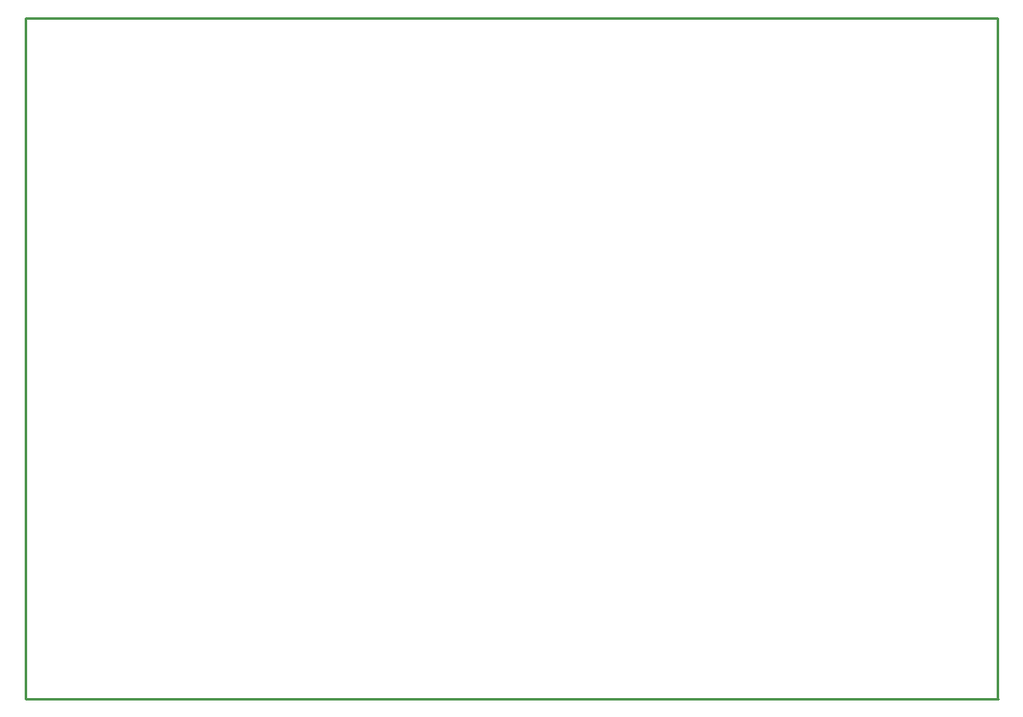
<source format=gko>
G04*
G04 #@! TF.GenerationSoftware,Altium Limited,Altium Designer,18.1.6 (161)*
G04*
G04 Layer_Color=16711935*
%FSTAX24Y24*%
%MOIN*%
G70*
G01*
G75*
%ADD88C,0.0100*%
D88*
X007851Y007891D02*
X007861Y007881D01*
X007851Y007891D02*
Y03543D01*
X04722Y03544D02*
X04722D01*
X04723Y007881D02*
Y03544D01*
X007861Y007881D02*
X047231D01*
X007851Y03544D02*
X047221D01*
X04722Y03544D02*
Y03544D01*
M02*

</source>
